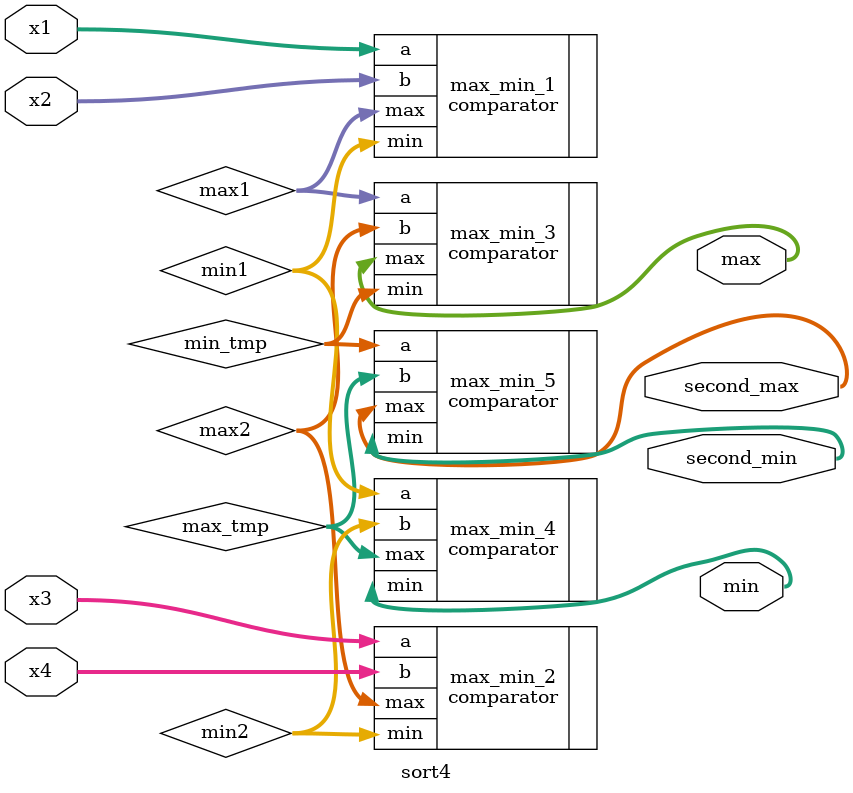
<source format=v>
module sort4 (
    input signed [7:0] x1, x2, x3, x4, // Các phần tử đầu vào 8 bit
    output wire signed [7:0] max,            // Giá trị lớn nhất
    output wire signed [7:0] second_max,     // Giá trị lớn thứ 2
    output wire signed [7:0] min,            // Giá trị nhỏ nhất
    output wire signed [7:0] second_min      // Giá trị nhỏ thứ 2
);

    wire signed [7:0] max1, min1, max2, min2, max_tmp, min_tmp;

    // So sánh x1 với x2
    comparator max_min_1 (
        .a(x1), .b(x2), .max(max1), .min(min1)
    );

    // So sánh x3 với x4
    comparator max_min_2 (
        .a(x3), .b(x4), .max(max2), .min(min2)
    );

    // So sánh max1 với max2 (Tìm giá trị max)
    comparator max_min_3 (
        .a(max1), .b(max2), .max(max), .min(min_tmp)
    );

    // So sánh min1 với min2 (Tìm giá trị min)
    comparator max_min_4 (
        .a(min1), .b(min2), .max(max_tmp), .min(min)
    );

    comparator max_min_5 (
        .a(min_tmp), .b(max_tmp), .max(second_max), .min(second_min)
    );

endmodule

</source>
